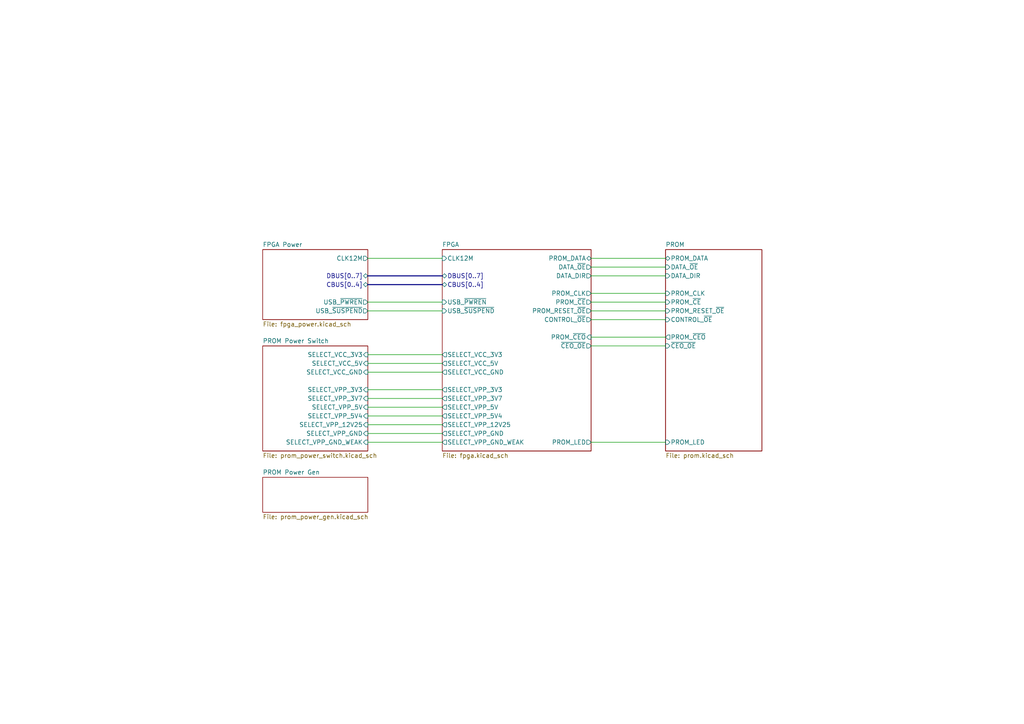
<source format=kicad_sch>
(kicad_sch
	(version 20231120)
	(generator "eeschema")
	(generator_version "8.0")
	(uuid "3afea672-343d-4fc8-b012-067ac21cc0e9")
	(paper "A4")
	(title_block
		(title "XC17xxx PROM Programmer")
		(date "2025-01-30")
		(rev "3")
		(company "CC-BY-SA-4.0 Michael Singer")
		(comment 1 "https://github.com/msinger/xc17_prom_prog/")
		(comment 2 "http://iceboy.a-singer.de/")
	)
	(lib_symbols)
	(wire
		(pts
			(xy 106.68 87.63) (xy 128.27 87.63)
		)
		(stroke
			(width 0)
			(type default)
		)
		(uuid "1ecf5985-ff6c-4340-9ff4-73f7d0301063")
	)
	(wire
		(pts
			(xy 171.45 77.47) (xy 193.04 77.47)
		)
		(stroke
			(width 0)
			(type default)
		)
		(uuid "2003baa7-913b-40e1-9204-20fd478364c3")
	)
	(wire
		(pts
			(xy 171.45 92.71) (xy 193.04 92.71)
		)
		(stroke
			(width 0)
			(type default)
		)
		(uuid "2472b713-2bf2-4706-96a3-14d56abd5bec")
	)
	(wire
		(pts
			(xy 171.45 74.93) (xy 193.04 74.93)
		)
		(stroke
			(width 0)
			(type default)
		)
		(uuid "277e4bd9-c649-4d2f-b1b5-5832cbf763b5")
	)
	(wire
		(pts
			(xy 106.68 107.95) (xy 128.27 107.95)
		)
		(stroke
			(width 0)
			(type default)
		)
		(uuid "2b9183b9-a9d2-4741-a2c0-eb0aea30a39c")
	)
	(wire
		(pts
			(xy 171.45 80.01) (xy 193.04 80.01)
		)
		(stroke
			(width 0)
			(type default)
		)
		(uuid "3f9baab2-1955-4cd4-8326-4672b09ef78f")
	)
	(wire
		(pts
			(xy 106.68 113.03) (xy 128.27 113.03)
		)
		(stroke
			(width 0)
			(type default)
		)
		(uuid "4298bdbd-8cc1-4f5d-b7cc-899cb88cf5f8")
	)
	(wire
		(pts
			(xy 106.68 90.17) (xy 128.27 90.17)
		)
		(stroke
			(width 0)
			(type default)
		)
		(uuid "4c4406c6-7e83-4786-8855-0c9bdc249d96")
	)
	(bus
		(pts
			(xy 106.68 82.55) (xy 128.27 82.55)
		)
		(stroke
			(width 0)
			(type default)
		)
		(uuid "51a29f23-6cfe-48e1-bab4-708865cd1079")
	)
	(wire
		(pts
			(xy 171.45 90.17) (xy 193.04 90.17)
		)
		(stroke
			(width 0)
			(type default)
		)
		(uuid "6c4c1163-25ec-4cee-90ec-ac3cddec99a3")
	)
	(wire
		(pts
			(xy 106.68 128.27) (xy 128.27 128.27)
		)
		(stroke
			(width 0)
			(type default)
		)
		(uuid "78937b52-fe93-4891-ba9c-b96ea6bb9d8d")
	)
	(wire
		(pts
			(xy 171.45 100.33) (xy 193.04 100.33)
		)
		(stroke
			(width 0)
			(type default)
		)
		(uuid "86d2f84b-42e6-4572-95ba-71f87bdc5e6c")
	)
	(wire
		(pts
			(xy 171.45 85.09) (xy 193.04 85.09)
		)
		(stroke
			(width 0)
			(type default)
		)
		(uuid "970a58d3-ec9c-4fe7-bfc2-bea2ddfe4f38")
	)
	(wire
		(pts
			(xy 106.68 74.93) (xy 128.27 74.93)
		)
		(stroke
			(width 0)
			(type default)
		)
		(uuid "9c6c9d37-c14e-4372-8e8f-022780e5e26f")
	)
	(wire
		(pts
			(xy 171.45 97.79) (xy 193.04 97.79)
		)
		(stroke
			(width 0)
			(type default)
		)
		(uuid "9fbde573-153d-467b-b985-2beea281329f")
	)
	(wire
		(pts
			(xy 106.68 115.57) (xy 128.27 115.57)
		)
		(stroke
			(width 0)
			(type default)
		)
		(uuid "a8089aa2-5e89-49c2-b110-52c88469d361")
	)
	(wire
		(pts
			(xy 106.68 105.41) (xy 128.27 105.41)
		)
		(stroke
			(width 0)
			(type default)
		)
		(uuid "b3f02204-9892-4a77-868a-405c9f720633")
	)
	(wire
		(pts
			(xy 106.68 125.73) (xy 128.27 125.73)
		)
		(stroke
			(width 0)
			(type default)
		)
		(uuid "b8cce22a-a54c-4b8d-acaa-8fdc7f5fb48a")
	)
	(wire
		(pts
			(xy 106.68 120.65) (xy 128.27 120.65)
		)
		(stroke
			(width 0)
			(type default)
		)
		(uuid "c0856e2b-0891-425b-9aee-e3ca552cfecf")
	)
	(wire
		(pts
			(xy 106.68 123.19) (xy 128.27 123.19)
		)
		(stroke
			(width 0)
			(type default)
		)
		(uuid "c1236ddc-ca3c-44d6-b1d4-f465f13b4eda")
	)
	(wire
		(pts
			(xy 106.68 102.87) (xy 128.27 102.87)
		)
		(stroke
			(width 0)
			(type default)
		)
		(uuid "c220b006-274f-4528-b344-f01fe559ec36")
	)
	(wire
		(pts
			(xy 171.45 87.63) (xy 193.04 87.63)
		)
		(stroke
			(width 0)
			(type default)
		)
		(uuid "d56148b8-3502-4031-9bad-956cf9f75cad")
	)
	(wire
		(pts
			(xy 106.68 118.11) (xy 128.27 118.11)
		)
		(stroke
			(width 0)
			(type default)
		)
		(uuid "ed3df035-d060-4c58-9d80-b52a40759882")
	)
	(bus
		(pts
			(xy 106.68 80.01) (xy 128.27 80.01)
		)
		(stroke
			(width 0)
			(type default)
		)
		(uuid "ed6faec8-0b0c-4206-9b45-8b07ce44ba74")
	)
	(wire
		(pts
			(xy 171.45 128.27) (xy 193.04 128.27)
		)
		(stroke
			(width 0)
			(type default)
		)
		(uuid "f53a1328-14da-4a84-a9ba-e308ad0e83c1")
	)
	(sheet
		(at 193.04 72.39)
		(size 27.94 58.42)
		(fields_autoplaced yes)
		(stroke
			(width 0.1524)
			(type solid)
		)
		(fill
			(color 0 0 0 0.0000)
		)
		(uuid "43172acb-73d1-430e-bac0-31c53bbc6dab")
		(property "Sheetname" "PROM"
			(at 193.04 71.6784 0)
			(effects
				(font
					(size 1.27 1.27)
				)
				(justify left bottom)
			)
		)
		(property "Sheetfile" "prom.kicad_sch"
			(at 193.04 131.3946 0)
			(effects
				(font
					(size 1.27 1.27)
				)
				(justify left top)
			)
		)
		(pin "PROM_DATA" bidirectional
			(at 193.04 74.93 180)
			(effects
				(font
					(size 1.27 1.27)
				)
				(justify left)
			)
			(uuid "f4c34977-b312-44f2-a685-2df5bcb91de1")
		)
		(pin "DATA_~{OE}" input
			(at 193.04 77.47 180)
			(effects
				(font
					(size 1.27 1.27)
				)
				(justify left)
			)
			(uuid "93557d20-4efd-46f5-bb55-bcd07edef993")
		)
		(pin "DATA_DIR" input
			(at 193.04 80.01 180)
			(effects
				(font
					(size 1.27 1.27)
				)
				(justify left)
			)
			(uuid "2b41e981-d574-4f38-8ba8-2ae01c845190")
		)
		(pin "PROM_~{CE}" input
			(at 193.04 87.63 180)
			(effects
				(font
					(size 1.27 1.27)
				)
				(justify left)
			)
			(uuid "576ce6fb-d106-40e0-93f6-ca32d6f179cc")
		)
		(pin "PROM_RESET_~{OE}" input
			(at 193.04 90.17 180)
			(effects
				(font
					(size 1.27 1.27)
				)
				(justify left)
			)
			(uuid "6a1fbd4c-551d-4b12-9fda-69d5b1caf0e9")
		)
		(pin "PROM_CLK" input
			(at 193.04 85.09 180)
			(effects
				(font
					(size 1.27 1.27)
				)
				(justify left)
			)
			(uuid "7512572c-7209-4044-b3c7-6d8a5173501b")
		)
		(pin "CONTROL_~{OE}" input
			(at 193.04 92.71 180)
			(effects
				(font
					(size 1.27 1.27)
				)
				(justify left)
			)
			(uuid "9cdf0452-edce-403e-adb5-e10be1e187ec")
		)
		(pin "PROM_~{CEO}" output
			(at 193.04 97.79 180)
			(effects
				(font
					(size 1.27 1.27)
				)
				(justify left)
			)
			(uuid "4f8b5346-d921-4091-afe4-1af5a18298b8")
		)
		(pin "~{CEO_OE}" input
			(at 193.04 100.33 180)
			(effects
				(font
					(size 1.27 1.27)
				)
				(justify left)
			)
			(uuid "2ef7fba9-db6e-4321-95f5-451e592ae0e5")
		)
		(pin "PROM_LED" input
			(at 193.04 128.27 180)
			(effects
				(font
					(size 1.27 1.27)
				)
				(justify left)
			)
			(uuid "91aa73e0-f314-485f-a177-27804b72b3c9")
		)
		(instances
			(project "xc17_prom_prog"
				(path "/3afea672-343d-4fc8-b012-067ac21cc0e9"
					(page "6")
				)
			)
		)
	)
	(sheet
		(at 76.2 100.33)
		(size 30.48 30.48)
		(fields_autoplaced yes)
		(stroke
			(width 0.1524)
			(type solid)
		)
		(fill
			(color 0 0 0 0.0000)
		)
		(uuid "4386c87e-0289-4ca9-b4f1-828ed0f2da9a")
		(property "Sheetname" "PROM Power Switch"
			(at 76.2 99.6184 0)
			(effects
				(font
					(size 1.27 1.27)
				)
				(justify left bottom)
			)
		)
		(property "Sheetfile" "prom_power_switch.kicad_sch"
			(at 76.2 131.3946 0)
			(effects
				(font
					(size 1.27 1.27)
				)
				(justify left top)
			)
		)
		(pin "SELECT_VCC_5V" input
			(at 106.68 105.41 0)
			(effects
				(font
					(size 1.27 1.27)
				)
				(justify right)
			)
			(uuid "fd1986c5-2f1e-4b3f-9fff-321b5965f6c6")
		)
		(pin "SELECT_VPP_5V4" input
			(at 106.68 120.65 0)
			(effects
				(font
					(size 1.27 1.27)
				)
				(justify right)
			)
			(uuid "603ec778-fa13-4b8c-b7b6-7b5e539f7789")
		)
		(pin "SELECT_VCC_3V3" input
			(at 106.68 102.87 0)
			(effects
				(font
					(size 1.27 1.27)
				)
				(justify right)
			)
			(uuid "0519a9a3-3d90-4cf4-a9d6-b0e4cd284e39")
		)
		(pin "SELECT_VPP_12V25" input
			(at 106.68 123.19 0)
			(effects
				(font
					(size 1.27 1.27)
				)
				(justify right)
			)
			(uuid "8bd112e9-de5e-4296-8a9a-d3e443acef68")
		)
		(pin "SELECT_VPP_5V" input
			(at 106.68 118.11 0)
			(effects
				(font
					(size 1.27 1.27)
				)
				(justify right)
			)
			(uuid "a898dac0-d5b2-4e2a-868b-3f9d90846b01")
		)
		(pin "SELECT_VPP_3V7" input
			(at 106.68 115.57 0)
			(effects
				(font
					(size 1.27 1.27)
				)
				(justify right)
			)
			(uuid "fec16035-2c77-498d-ae6d-c08793b794d3")
		)
		(pin "SELECT_VCC_GND" input
			(at 106.68 107.95 0)
			(effects
				(font
					(size 1.27 1.27)
				)
				(justify right)
			)
			(uuid "b6ca4443-4eec-4395-80cc-056d44b5e44f")
		)
		(pin "SELECT_VPP_GND" input
			(at 106.68 125.73 0)
			(effects
				(font
					(size 1.27 1.27)
				)
				(justify right)
			)
			(uuid "0b88ab25-d698-467a-af3c-a3837cb65a8e")
		)
		(pin "SELECT_VPP_GND_WEAK" input
			(at 106.68 128.27 0)
			(effects
				(font
					(size 1.27 1.27)
				)
				(justify right)
			)
			(uuid "60615cc2-1e6d-4443-9ca7-6515c1807fe6")
		)
		(pin "SELECT_VPP_3V3" input
			(at 106.68 113.03 0)
			(effects
				(font
					(size 1.27 1.27)
				)
				(justify right)
			)
			(uuid "622661f3-9931-4bc6-98df-8fa3f2e829c4")
		)
		(instances
			(project "xc17_prom_prog"
				(path "/3afea672-343d-4fc8-b012-067ac21cc0e9"
					(page "5")
				)
			)
		)
	)
	(sheet
		(at 76.2 72.39)
		(size 30.48 20.32)
		(fields_autoplaced yes)
		(stroke
			(width 0.1524)
			(type solid)
		)
		(fill
			(color 0 0 0 0.0000)
		)
		(uuid "5f9820e2-b7a1-41fc-b745-52ca3d998b61")
		(property "Sheetname" "FPGA Power"
			(at 76.2 71.6784 0)
			(effects
				(font
					(size 1.27 1.27)
				)
				(justify left bottom)
			)
		)
		(property "Sheetfile" "fpga_power.kicad_sch"
			(at 76.2 93.2946 0)
			(effects
				(font
					(size 1.27 1.27)
				)
				(justify left top)
			)
		)
		(pin "DBUS[0..7]" bidirectional
			(at 106.68 80.01 0)
			(effects
				(font
					(size 1.27 1.27)
				)
				(justify right)
			)
			(uuid "cd85a02d-8c30-4d5c-8f40-134ed6c70ee0")
		)
		(pin "USB_~{SUSPEND}" output
			(at 106.68 90.17 0)
			(effects
				(font
					(size 1.27 1.27)
				)
				(justify right)
			)
			(uuid "9d944b2a-14a4-4924-969b-bde1ecae1f0c")
		)
		(pin "USB_~{PWREN}" output
			(at 106.68 87.63 0)
			(effects
				(font
					(size 1.27 1.27)
				)
				(justify right)
			)
			(uuid "d499d411-f10a-4716-b2a4-577c4024374b")
		)
		(pin "CBUS[0..4]" bidirectional
			(at 106.68 82.55 0)
			(effects
				(font
					(size 1.27 1.27)
				)
				(justify right)
			)
			(uuid "f839d025-8bda-4c16-865f-d64f5cd252c9")
		)
		(pin "CLK12M" output
			(at 106.68 74.93 0)
			(effects
				(font
					(size 1.27 1.27)
				)
				(justify right)
			)
			(uuid "48c14789-3fb0-43bc-9c00-efffb307712e")
		)
		(instances
			(project "xc17_prom_prog"
				(path "/3afea672-343d-4fc8-b012-067ac21cc0e9"
					(page "2")
				)
			)
		)
	)
	(sheet
		(at 76.2 138.43)
		(size 30.48 10.16)
		(fields_autoplaced yes)
		(stroke
			(width 0.1524)
			(type solid)
		)
		(fill
			(color 0 0 0 0.0000)
		)
		(uuid "9602127b-3234-4151-9f61-33213634d411")
		(property "Sheetname" "PROM Power Gen"
			(at 76.2 137.7184 0)
			(effects
				(font
					(size 1.27 1.27)
				)
				(justify left bottom)
			)
		)
		(property "Sheetfile" "prom_power_gen.kicad_sch"
			(at 76.2 149.1746 0)
			(effects
				(font
					(size 1.27 1.27)
				)
				(justify left top)
			)
		)
		(instances
			(project "xc17_prom_prog"
				(path "/3afea672-343d-4fc8-b012-067ac21cc0e9"
					(page "4")
				)
			)
		)
	)
	(sheet
		(at 128.27 72.39)
		(size 43.18 58.42)
		(fields_autoplaced yes)
		(stroke
			(width 0.1524)
			(type solid)
		)
		(fill
			(color 0 0 0 0.0000)
		)
		(uuid "a8f52001-7a25-4283-bdf4-2dead0af6825")
		(property "Sheetname" "FPGA"
			(at 128.27 71.6784 0)
			(effects
				(font
					(size 1.27 1.27)
				)
				(justify left bottom)
			)
		)
		(property "Sheetfile" "fpga.kicad_sch"
			(at 128.27 131.3946 0)
			(effects
				(font
					(size 1.27 1.27)
				)
				(justify left top)
			)
		)
		(pin "SELECT_VPP_5V" output
			(at 128.27 118.11 180)
			(effects
				(font
					(size 1.27 1.27)
				)
				(justify left)
			)
			(uuid "c6d44a9a-26f5-4a30-ab31-9a4fee917cfc")
		)
		(pin "SELECT_VPP_5V4" output
			(at 128.27 120.65 180)
			(effects
				(font
					(size 1.27 1.27)
				)
				(justify left)
			)
			(uuid "101d07fe-8c57-4f77-84db-a9432ec1219d")
		)
		(pin "SELECT_VCC_3V3" output
			(at 128.27 102.87 180)
			(effects
				(font
					(size 1.27 1.27)
				)
				(justify left)
			)
			(uuid "46cefe20-cfb9-417c-8a18-16f039a7dc79")
		)
		(pin "SELECT_VPP_3V7" output
			(at 128.27 115.57 180)
			(effects
				(font
					(size 1.27 1.27)
				)
				(justify left)
			)
			(uuid "3239be1b-0139-4e69-a22b-d2d15ea698a5")
		)
		(pin "SELECT_VPP_12V25" output
			(at 128.27 123.19 180)
			(effects
				(font
					(size 1.27 1.27)
				)
				(justify left)
			)
			(uuid "2cdccd22-305e-4ad9-ae03-cbce6c0a6335")
		)
		(pin "SELECT_VCC_5V" output
			(at 128.27 105.41 180)
			(effects
				(font
					(size 1.27 1.27)
				)
				(justify left)
			)
			(uuid "5c86033a-fdd0-4f73-b114-e4dc7be93514")
		)
		(pin "PROM_RESET_~{OE}" output
			(at 171.45 90.17 0)
			(effects
				(font
					(size 1.27 1.27)
				)
				(justify right)
			)
			(uuid "8f31a8c8-567c-462a-8cf8-a5fceea5d413")
		)
		(pin "~{CEO_OE}" output
			(at 171.45 100.33 0)
			(effects
				(font
					(size 1.27 1.27)
				)
				(justify right)
			)
			(uuid "205695ea-5498-466f-b7e3-06c2d99a4473")
		)
		(pin "PROM_~{CEO}" input
			(at 171.45 97.79 0)
			(effects
				(font
					(size 1.27 1.27)
				)
				(justify right)
			)
			(uuid "b7e7b679-4319-4cd1-9200-23f1b57f669a")
		)
		(pin "PROM_CLK" output
			(at 171.45 85.09 0)
			(effects
				(font
					(size 1.27 1.27)
				)
				(justify right)
			)
			(uuid "c8b3fe0b-5673-472b-b22e-26ce53c6810e")
		)
		(pin "PROM_~{CE}" output
			(at 171.45 87.63 0)
			(effects
				(font
					(size 1.27 1.27)
				)
				(justify right)
			)
			(uuid "1e9082ef-4cdd-4de6-b93f-d5199097025b")
		)
		(pin "PROM_DATA" bidirectional
			(at 171.45 74.93 0)
			(effects
				(font
					(size 1.27 1.27)
				)
				(justify right)
			)
			(uuid "36aed4d6-7182-4aca-b077-a1f9a1724a42")
		)
		(pin "CONTROL_~{OE}" output
			(at 171.45 92.71 0)
			(effects
				(font
					(size 1.27 1.27)
				)
				(justify right)
			)
			(uuid "f3fdb8d1-0956-4c6a-af37-3ca86142c2dc")
		)
		(pin "DATA_~{OE}" output
			(at 171.45 77.47 0)
			(effects
				(font
					(size 1.27 1.27)
				)
				(justify right)
			)
			(uuid "9886f20e-3459-4e5f-acf5-0d44add7b799")
		)
		(pin "DATA_DIR" output
			(at 171.45 80.01 0)
			(effects
				(font
					(size 1.27 1.27)
				)
				(justify right)
			)
			(uuid "0f212b7d-becb-4f52-8a62-a2d73925ee21")
		)
		(pin "USB_~{PWREN}" input
			(at 128.27 87.63 180)
			(effects
				(font
					(size 1.27 1.27)
				)
				(justify left)
			)
			(uuid "a6d5bd0a-9858-464f-8789-c1f1a63817d7")
		)
		(pin "CLK12M" input
			(at 128.27 74.93 180)
			(effects
				(font
					(size 1.27 1.27)
				)
				(justify left)
			)
			(uuid "bd3aed22-c043-4ef7-9f64-965582c31eea")
		)
		(pin "DBUS[0..7]" bidirectional
			(at 128.27 80.01 180)
			(effects
				(font
					(size 1.27 1.27)
				)
				(justify left)
			)
			(uuid "50c421f2-926d-4c86-a48f-a979e39bb84a")
		)
		(pin "CBUS[0..4]" bidirectional
			(at 128.27 82.55 180)
			(effects
				(font
					(size 1.27 1.27)
				)
				(justify left)
			)
			(uuid "a53d53e2-4214-4153-a89b-a56e41d7bc7f")
		)
		(pin "USB_~{SUSPEND}" input
			(at 128.27 90.17 180)
			(effects
				(font
					(size 1.27 1.27)
				)
				(justify left)
			)
			(uuid "e3a3b83d-6e24-4dc6-9317-076ced108b2f")
		)
		(pin "PROM_LED" output
			(at 171.45 128.27 0)
			(effects
				(font
					(size 1.27 1.27)
				)
				(justify right)
			)
			(uuid "145f6626-a87e-484d-bb4c-d9c2f397d423")
		)
		(pin "SELECT_VPP_GND" output
			(at 128.27 125.73 180)
			(effects
				(font
					(size 1.27 1.27)
				)
				(justify left)
			)
			(uuid "fe2c7f09-0373-4368-9f2b-ba02806a9af8")
		)
		(pin "SELECT_VPP_GND_WEAK" output
			(at 128.27 128.27 180)
			(effects
				(font
					(size 1.27 1.27)
				)
				(justify left)
			)
			(uuid "d0ef08a0-d73c-4def-8eb6-bb87e6c0fae3")
		)
		(pin "SELECT_VCC_GND" output
			(at 128.27 107.95 180)
			(effects
				(font
					(size 1.27 1.27)
				)
				(justify left)
			)
			(uuid "8fdf1e20-9311-4476-a58b-af3bcb2f5b00")
		)
		(pin "SELECT_VPP_3V3" output
			(at 128.27 113.03 180)
			(effects
				(font
					(size 1.27 1.27)
				)
				(justify left)
			)
			(uuid "7175dd73-9547-4c8a-88a1-4fac50ad9a18")
		)
		(instances
			(project "xc17_prom_prog"
				(path "/3afea672-343d-4fc8-b012-067ac21cc0e9"
					(page "3")
				)
			)
		)
	)
	(sheet_instances
		(path "/"
			(page "1")
		)
	)
)

</source>
